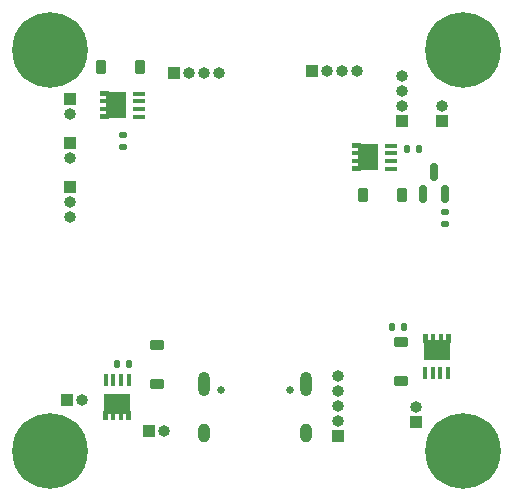
<source format=gbr>
%TF.GenerationSoftware,KiCad,Pcbnew,7.0.9*%
%TF.CreationDate,2024-03-28T09:14:24+03:00*%
%TF.ProjectId,MicroFlightController-v2,4d696372-6f46-46c6-9967-6874436f6e74,rev?*%
%TF.SameCoordinates,Original*%
%TF.FileFunction,Soldermask,Bot*%
%TF.FilePolarity,Negative*%
%FSLAX46Y46*%
G04 Gerber Fmt 4.6, Leading zero omitted, Abs format (unit mm)*
G04 Created by KiCad (PCBNEW 7.0.9) date 2024-03-28 09:14:24*
%MOMM*%
%LPD*%
G01*
G04 APERTURE LIST*
G04 Aperture macros list*
%AMRoundRect*
0 Rectangle with rounded corners*
0 $1 Rounding radius*
0 $2 $3 $4 $5 $6 $7 $8 $9 X,Y pos of 4 corners*
0 Add a 4 corners polygon primitive as box body*
4,1,4,$2,$3,$4,$5,$6,$7,$8,$9,$2,$3,0*
0 Add four circle primitives for the rounded corners*
1,1,$1+$1,$2,$3*
1,1,$1+$1,$4,$5*
1,1,$1+$1,$6,$7*
1,1,$1+$1,$8,$9*
0 Add four rect primitives between the rounded corners*
20,1,$1+$1,$2,$3,$4,$5,0*
20,1,$1+$1,$4,$5,$6,$7,0*
20,1,$1+$1,$6,$7,$8,$9,0*
20,1,$1+$1,$8,$9,$2,$3,0*%
%AMFreePoly0*
4,1,21,1.372500,0.787500,0.862500,0.787500,0.862500,0.532500,1.372500,0.532500,1.372500,0.127500,0.862500,0.127500,0.862500,-0.127500,1.372500,-0.127500,1.372500,-0.532500,0.862500,-0.532500,0.862500,-0.787500,1.372500,-0.787500,1.372500,-1.195000,0.612500,-1.195000,0.612500,-1.117500,-0.862500,-1.117500,-0.862500,1.117500,0.612500,1.117500,0.612500,1.195000,1.372500,1.195000,
1.372500,0.787500,1.372500,0.787500,$1*%
G04 Aperture macros list end*
%ADD10R,1.000000X1.000000*%
%ADD11O,1.000000X1.000000*%
%ADD12C,0.800000*%
%ADD13C,6.400000*%
%ADD14C,0.650000*%
%ADD15O,1.000000X2.100000*%
%ADD16O,1.000000X1.600000*%
%ADD17R,0.990000X0.405000*%
%ADD18FreePoly0,180.000000*%
%ADD19RoundRect,0.135000X-0.135000X-0.185000X0.135000X-0.185000X0.135000X0.185000X-0.135000X0.185000X0*%
%ADD20RoundRect,0.225000X-0.375000X0.225000X-0.375000X-0.225000X0.375000X-0.225000X0.375000X0.225000X0*%
%ADD21RoundRect,0.135000X0.135000X0.185000X-0.135000X0.185000X-0.135000X-0.185000X0.135000X-0.185000X0*%
%ADD22RoundRect,0.225000X-0.225000X-0.375000X0.225000X-0.375000X0.225000X0.375000X-0.225000X0.375000X0*%
%ADD23RoundRect,0.225000X0.225000X0.375000X-0.225000X0.375000X-0.225000X-0.375000X0.225000X-0.375000X0*%
%ADD24R,0.405000X0.990000*%
%ADD25FreePoly0,270.000000*%
%ADD26RoundRect,0.225000X0.375000X-0.225000X0.375000X0.225000X-0.375000X0.225000X-0.375000X-0.225000X0*%
%ADD27RoundRect,0.135000X0.185000X-0.135000X0.185000X0.135000X-0.185000X0.135000X-0.185000X-0.135000X0*%
%ADD28FreePoly0,90.000000*%
%ADD29RoundRect,0.135000X-0.185000X0.135000X-0.185000X-0.135000X0.185000X-0.135000X0.185000X0.135000X0*%
%ADD30RoundRect,0.150000X0.150000X-0.587500X0.150000X0.587500X-0.150000X0.587500X-0.150000X-0.587500X0*%
G04 APERTURE END LIST*
D10*
%TO.C,J8*%
X160825000Y-87075000D03*
D11*
X160825000Y-85805000D03*
X160825000Y-84535000D03*
X160825000Y-83265000D03*
%TD*%
D12*
%TO.C,REF\u002A\u002A*%
X163600000Y-81000000D03*
X164302944Y-79302944D03*
X164302944Y-82697056D03*
X166000000Y-78600000D03*
D13*
X166000000Y-81000000D03*
D12*
X166000000Y-83400000D03*
X167697056Y-79302944D03*
X167697056Y-82697056D03*
X168400000Y-81000000D03*
%TD*%
D10*
%TO.C,J7*%
X153175000Y-82790000D03*
D11*
X154445000Y-82790000D03*
X155715000Y-82790000D03*
X156985000Y-82790000D03*
%TD*%
D14*
%TO.C,J1*%
X145500000Y-109840000D03*
X151280000Y-109840000D03*
D15*
X144070000Y-109310000D03*
D16*
X144070000Y-113490000D03*
D15*
X152710000Y-109310000D03*
D16*
X152710000Y-113490000D03*
%TD*%
D12*
%TO.C,REF\u002A\u002A*%
X163600000Y-115000000D03*
X164302944Y-113302944D03*
X164302944Y-116697056D03*
X166000000Y-112600000D03*
D13*
X166000000Y-115000000D03*
D12*
X166000000Y-117400000D03*
X167697056Y-113302944D03*
X167697056Y-116697056D03*
X168400000Y-115000000D03*
%TD*%
D10*
%TO.C,J10*%
X161975000Y-112550000D03*
D11*
X161975000Y-111280000D03*
%TD*%
D10*
%TO.C,J6*%
X141465000Y-83000000D03*
D11*
X142735000Y-83000000D03*
X144005000Y-83000000D03*
X145275000Y-83000000D03*
%TD*%
D12*
%TO.C,REF\u002A\u002A*%
X128600000Y-81000000D03*
X129302944Y-79302944D03*
X129302944Y-82697056D03*
X131000000Y-78600000D03*
D13*
X131000000Y-81000000D03*
D12*
X131000000Y-83400000D03*
X132697056Y-79302944D03*
X132697056Y-82697056D03*
X133400000Y-81000000D03*
%TD*%
D10*
%TO.C,J3*%
X139410000Y-113320000D03*
D11*
X140680000Y-113320000D03*
%TD*%
D10*
%TO.C,J2*%
X155380000Y-113680000D03*
D11*
X155380000Y-112410000D03*
X155380000Y-111140000D03*
X155380000Y-109870000D03*
X155380000Y-108600000D03*
%TD*%
D10*
%TO.C,J5*%
X132675000Y-88905000D03*
D11*
X132675000Y-90175000D03*
%TD*%
D10*
%TO.C,J9*%
X132450000Y-110675000D03*
D11*
X133720000Y-110675000D03*
%TD*%
D10*
%TO.C,J11*%
X132660000Y-85200000D03*
D11*
X132660000Y-86470000D03*
%TD*%
D12*
%TO.C,REF\u002A\u002A*%
X128600000Y-115000000D03*
X129302944Y-113302944D03*
X129302944Y-116697056D03*
X131000000Y-112600000D03*
D13*
X131000000Y-115000000D03*
D12*
X131000000Y-117400000D03*
X132697056Y-113302944D03*
X132697056Y-116697056D03*
X133400000Y-115000000D03*
%TD*%
D10*
%TO.C,J4*%
X132700000Y-92610000D03*
D11*
X132700000Y-93880000D03*
X132700000Y-95150000D03*
%TD*%
D10*
%TO.C,J12*%
X164175000Y-87050000D03*
D11*
X164175000Y-85780000D03*
%TD*%
D17*
%TO.C,Q7*%
X159900000Y-89120000D03*
X159900000Y-89780000D03*
X159900000Y-90440000D03*
X159900000Y-91100000D03*
D18*
X157907500Y-90110000D03*
%TD*%
D19*
%TO.C,R33*%
X159950000Y-104490000D03*
X160970000Y-104490000D03*
%TD*%
D20*
%TO.C,D8*%
X140080000Y-106040000D03*
X140080000Y-109340000D03*
%TD*%
D21*
%TO.C,R32*%
X137680000Y-107650000D03*
X136660000Y-107650000D03*
%TD*%
D22*
%TO.C,D10*%
X135317200Y-82425000D03*
X138617200Y-82425000D03*
%TD*%
D23*
%TO.C,D11*%
X160779998Y-93317494D03*
X157479998Y-93317494D03*
%TD*%
D24*
%TO.C,Q4*%
X135710000Y-108990000D03*
X136370000Y-108990000D03*
X137030000Y-108990000D03*
X137690000Y-108990000D03*
D25*
X136700000Y-110982500D03*
%TD*%
D19*
%TO.C,R35*%
X161250000Y-89400000D03*
X162270000Y-89400000D03*
%TD*%
D26*
%TO.C,D9*%
X160689000Y-109075000D03*
X160689000Y-105775000D03*
%TD*%
D17*
%TO.C,Q6*%
X138572500Y-84720000D03*
X138572500Y-85380000D03*
X138572500Y-86040000D03*
X138572500Y-86700000D03*
D18*
X136580000Y-85710000D03*
%TD*%
D27*
%TO.C,R28*%
X164475000Y-95785000D03*
X164475000Y-94765000D03*
%TD*%
D24*
%TO.C,Q5*%
X164720000Y-108382500D03*
X164060000Y-108382500D03*
X163400000Y-108382500D03*
X162740000Y-108382500D03*
D28*
X163730000Y-106390000D03*
%TD*%
D29*
%TO.C,R34*%
X137210000Y-88190000D03*
X137210000Y-89210000D03*
%TD*%
D30*
%TO.C,Q3*%
X164475000Y-93200000D03*
X162575000Y-93200000D03*
X163525000Y-91325000D03*
%TD*%
M02*

</source>
